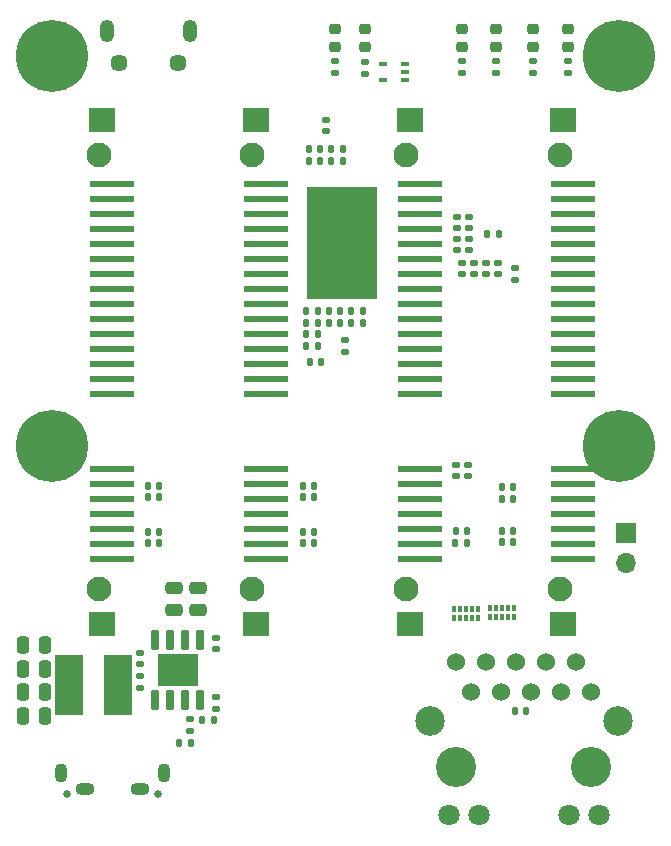
<source format=gbr>
%TF.GenerationSoftware,KiCad,Pcbnew,(6.0.7)*%
%TF.CreationDate,2022-11-16T16:45:54+01:00*%
%TF.ProjectId,MainBoard,4d61696e-426f-4617-9264-2e6b69636164,rev?*%
%TF.SameCoordinates,PXa344e00PY7102aa0*%
%TF.FileFunction,Soldermask,Bot*%
%TF.FilePolarity,Negative*%
%FSLAX46Y46*%
G04 Gerber Fmt 4.6, Leading zero omitted, Abs format (unit mm)*
G04 Created by KiCad (PCBNEW (6.0.7)) date 2022-11-16 16:45:54*
%MOMM*%
%LPD*%
G01*
G04 APERTURE LIST*
G04 Aperture macros list*
%AMRoundRect*
0 Rectangle with rounded corners*
0 $1 Rounding radius*
0 $2 $3 $4 $5 $6 $7 $8 $9 X,Y pos of 4 corners*
0 Add a 4 corners polygon primitive as box body*
4,1,4,$2,$3,$4,$5,$6,$7,$8,$9,$2,$3,0*
0 Add four circle primitives for the rounded corners*
1,1,$1+$1,$2,$3*
1,1,$1+$1,$4,$5*
1,1,$1+$1,$6,$7*
1,1,$1+$1,$8,$9*
0 Add four rect primitives between the rounded corners*
20,1,$1+$1,$2,$3,$4,$5,0*
20,1,$1+$1,$4,$5,$6,$7,0*
20,1,$1+$1,$6,$7,$8,$9,0*
20,1,$1+$1,$8,$9,$2,$3,0*%
%AMOutline4P*
0 Free polygon, 4 corners , with rotation*
0 The origin of the aperture is its center*
0 number of corners: always 4*
0 $1 to $8 corner X, Y*
0 $9 Rotation angle, in degrees counterclockwise*
0 create outline with 4 corners*
4,1,4,$1,$2,$3,$4,$5,$6,$7,$8,$1,$2,$9*%
G04 Aperture macros list end*
%ADD10R,0.650000X0.400000*%
%ADD11R,1.700000X1.700000*%
%ADD12O,1.700000X1.700000*%
%ADD13O,1.200000X1.900000*%
%ADD14C,1.450000*%
%ADD15C,3.400000*%
%ADD16C,1.524000*%
%ADD17C,1.800000*%
%ADD18C,2.500000*%
%ADD19C,6.100000*%
%ADD20C,0.650000*%
%ADD21O,1.100000X1.600000*%
%ADD22O,1.600000X1.100000*%
%ADD23R,6.000000X9.500000*%
%ADD24RoundRect,0.135000X-0.185000X0.135000X-0.185000X-0.135000X0.185000X-0.135000X0.185000X0.135000X0*%
%ADD25RoundRect,0.147500X0.172500X-0.147500X0.172500X0.147500X-0.172500X0.147500X-0.172500X-0.147500X0*%
%ADD26RoundRect,0.147500X0.147500X0.172500X-0.147500X0.172500X-0.147500X-0.172500X0.147500X-0.172500X0*%
%ADD27R,0.300000X0.550000*%
%ADD28R,0.400000X0.550000*%
%ADD29RoundRect,0.140000X0.140000X0.170000X-0.140000X0.170000X-0.140000X-0.170000X0.140000X-0.170000X0*%
%ADD30RoundRect,0.135000X0.185000X-0.135000X0.185000X0.135000X-0.185000X0.135000X-0.185000X-0.135000X0*%
%ADD31C,2.100000*%
%ADD32R,3.800000X0.600000*%
%ADD33Outline4P,-1.050000X-1.100000X1.050000X-1.100000X1.050000X1.100000X-1.050000X1.100000X90.000000*%
%ADD34RoundRect,0.250000X-0.475000X0.250000X-0.475000X-0.250000X0.475000X-0.250000X0.475000X0.250000X0*%
%ADD35RoundRect,0.250000X-0.250000X-0.475000X0.250000X-0.475000X0.250000X0.475000X-0.250000X0.475000X0*%
%ADD36RoundRect,0.140000X-0.140000X-0.170000X0.140000X-0.170000X0.140000X0.170000X-0.140000X0.170000X0*%
%ADD37RoundRect,0.218750X0.256250X-0.218750X0.256250X0.218750X-0.256250X0.218750X-0.256250X-0.218750X0*%
%ADD38RoundRect,0.135000X0.135000X0.185000X-0.135000X0.185000X-0.135000X-0.185000X0.135000X-0.185000X0*%
%ADD39RoundRect,0.147500X-0.172500X0.147500X-0.172500X-0.147500X0.172500X-0.147500X0.172500X0.147500X0*%
%ADD40RoundRect,0.140000X-0.170000X0.140000X-0.170000X-0.140000X0.170000X-0.140000X0.170000X0.140000X0*%
%ADD41R,2.350000X5.100000*%
%ADD42R,3.700000X0.600000*%
%ADD43RoundRect,0.140000X0.170000X-0.140000X0.170000X0.140000X-0.170000X0.140000X-0.170000X-0.140000X0*%
%ADD44R,3.400000X2.710000*%
%ADD45RoundRect,0.150000X-0.150000X0.737500X-0.150000X-0.737500X0.150000X-0.737500X0.150000X0.737500X0*%
G04 APERTURE END LIST*
D10*
%TO.C,U9*%
X33475000Y65775000D03*
X33475000Y65125000D03*
X33475000Y64475000D03*
X31575000Y64475000D03*
X31575000Y65775000D03*
%TD*%
D11*
%TO.C,J6*%
X52170000Y26075000D03*
D12*
X52170000Y23535000D03*
%TD*%
D13*
%TO.C,J7*%
X15270000Y68547500D03*
D14*
X9270000Y65847500D03*
D13*
X8270000Y68547500D03*
D14*
X14270000Y65847500D03*
%TD*%
D15*
%TO.C,U3*%
X49250000Y6300000D03*
X37820000Y6300000D03*
D16*
X37820000Y15190000D03*
X39090000Y12650000D03*
X40360000Y15190000D03*
X41630000Y12650000D03*
X42900000Y15190000D03*
X44170000Y12650000D03*
X45440000Y15190000D03*
X46710000Y12650000D03*
X47980000Y15190000D03*
X49250000Y12650000D03*
D17*
X37210000Y2190000D03*
X39750000Y2190000D03*
X47320000Y2190000D03*
X49860000Y2190000D03*
D18*
X35610000Y10190000D03*
X51460000Y10190000D03*
%TD*%
D19*
%TO.C,Module1*%
X51580000Y33490000D03*
X51580000Y66490000D03*
X3580000Y33490000D03*
X3580000Y66490000D03*
%TD*%
D20*
%TO.C,J1*%
X12575000Y4000000D03*
X4825000Y4000000D03*
D21*
X4380000Y5800000D03*
X13020000Y5800000D03*
D22*
X6400000Y4370000D03*
X11000000Y4370000D03*
%TD*%
D23*
%TO.C,U4*%
X28150000Y50660000D03*
%TD*%
D24*
%TO.C,R8*%
X38300000Y66010000D03*
X38300000Y64990000D03*
%TD*%
D25*
%TO.C,FB3*%
X42800000Y47515000D03*
X42800000Y48485000D03*
%TD*%
D26*
%TO.C,FB2*%
X41385000Y51400000D03*
X40415000Y51400000D03*
%TD*%
D27*
%TO.C,U1*%
X42670000Y18955000D03*
X42170000Y18955000D03*
D28*
X41670000Y18955000D03*
D27*
X41170000Y18955000D03*
X40670000Y18955000D03*
X40670000Y19725000D03*
X41170000Y19725000D03*
D28*
X41670000Y19725000D03*
D27*
X42170000Y19725000D03*
X42670000Y19725000D03*
%TD*%
D29*
%TO.C,C41*%
X26280000Y57600000D03*
X25320000Y57600000D03*
%TD*%
D30*
%TO.C,R27*%
X30050000Y64940000D03*
X30050000Y65960000D03*
%TD*%
D31*
%TO.C,J2*%
X46550000Y58130000D03*
X46550000Y21330000D03*
D32*
X47700000Y23855000D03*
X47700000Y25125000D03*
X47700000Y26395000D03*
X47700000Y27665000D03*
X47700000Y28935000D03*
X47700000Y30205000D03*
X47700000Y31475000D03*
X47700000Y37825000D03*
X47700000Y39095000D03*
X47700000Y40365000D03*
X47700000Y41635000D03*
X47700000Y42905000D03*
X47700000Y44175000D03*
X47700000Y45445000D03*
X47700000Y46715000D03*
X47700000Y47985000D03*
X47700000Y49255000D03*
X47700000Y50525000D03*
X47700000Y51795000D03*
X47700000Y53065000D03*
X47700000Y54335000D03*
X47700000Y55605000D03*
D33*
X46850000Y61080000D03*
X46850000Y18380000D03*
%TD*%
D29*
%TO.C,C1*%
X43700000Y11000000D03*
X42740000Y11000000D03*
%TD*%
D24*
%TO.C,R6*%
X44300000Y66010000D03*
X44300000Y64990000D03*
%TD*%
D34*
%TO.C,C75*%
X13870000Y21450000D03*
X13870000Y19550000D03*
%TD*%
D35*
%TO.C,C76*%
X1120000Y12600000D03*
X3020000Y12600000D03*
%TD*%
D29*
%TO.C,C18*%
X42650000Y30020000D03*
X41690000Y30020000D03*
%TD*%
D36*
%TO.C,C17*%
X11690000Y29100000D03*
X12650000Y29100000D03*
%TD*%
%TO.C,C10*%
X11690000Y26200000D03*
X12650000Y26200000D03*
%TD*%
D30*
%TO.C,R21*%
X15300000Y9290000D03*
X15300000Y10310000D03*
%TD*%
D29*
%TO.C,C56*%
X27980000Y44900000D03*
X27020000Y44900000D03*
%TD*%
D36*
%TO.C,C16*%
X24790000Y29100000D03*
X25750000Y29100000D03*
%TD*%
%TO.C,C20*%
X24790000Y30080000D03*
X25750000Y30080000D03*
%TD*%
D25*
%TO.C,FB6*%
X28400000Y41415000D03*
X28400000Y42385000D03*
%TD*%
D36*
%TO.C,C8*%
X37748000Y26234000D03*
X38708000Y26234000D03*
%TD*%
D37*
%TO.C,D1*%
X47300000Y67212500D03*
X47300000Y68787500D03*
%TD*%
%TO.C,D2*%
X44300000Y67212500D03*
X44300000Y68787500D03*
%TD*%
D36*
%TO.C,C21*%
X11690000Y30080000D03*
X12650000Y30080000D03*
%TD*%
%TO.C,C5*%
X24790000Y25200000D03*
X25750000Y25200000D03*
%TD*%
%TO.C,C77*%
X14352000Y8326000D03*
X15312000Y8326000D03*
%TD*%
D38*
%TO.C,R22*%
X17285000Y10250000D03*
X16265000Y10250000D03*
%TD*%
D36*
%TO.C,C48*%
X25120000Y42900000D03*
X26080000Y42900000D03*
%TD*%
D24*
%TO.C,R5*%
X47300000Y66010000D03*
X47300000Y64990000D03*
%TD*%
D26*
%TO.C,FB7*%
X26385000Y40600000D03*
X25415000Y40600000D03*
%TD*%
D24*
%TO.C,R23*%
X17440000Y12220000D03*
X17440000Y11200000D03*
%TD*%
D36*
%TO.C,C4*%
X37728000Y25218000D03*
X38688000Y25218000D03*
%TD*%
D39*
%TO.C,FB5*%
X26800000Y61085000D03*
X26800000Y60115000D03*
%TD*%
D40*
%TO.C,C66*%
X11000000Y15960000D03*
X11000000Y15000000D03*
%TD*%
D24*
%TO.C,R20*%
X11000000Y13990000D03*
X11000000Y12970000D03*
%TD*%
D37*
%TO.C,D11*%
X27500000Y67212500D03*
X27500000Y68787500D03*
%TD*%
D36*
%TO.C,C59*%
X25120000Y41900000D03*
X26080000Y41900000D03*
%TD*%
D41*
%TO.C,L1*%
X9175000Y13200000D03*
X5025000Y13200000D03*
%TD*%
D36*
%TO.C,C6*%
X11690000Y25200000D03*
X12650000Y25200000D03*
%TD*%
D40*
%TO.C,C34*%
X40300000Y48980000D03*
X40300000Y48020000D03*
%TD*%
%TO.C,C39*%
X41300000Y48980000D03*
X41300000Y48020000D03*
%TD*%
%TO.C,C38*%
X38900000Y50980000D03*
X38900000Y50020000D03*
%TD*%
D37*
%TO.C,D3*%
X41170000Y67212500D03*
X41170000Y68787500D03*
%TD*%
D35*
%TO.C,C71*%
X1120000Y14600000D03*
X3020000Y14600000D03*
%TD*%
D37*
%TO.C,D4*%
X38300000Y67212500D03*
X38300000Y68787500D03*
%TD*%
D36*
%TO.C,C9*%
X24790000Y26180000D03*
X25750000Y26180000D03*
%TD*%
%TO.C,C57*%
X25120000Y43900000D03*
X26080000Y43900000D03*
%TD*%
D29*
%TO.C,C14*%
X42650000Y29000000D03*
X41690000Y29000000D03*
%TD*%
D31*
%TO.C,J3*%
X33550000Y21320000D03*
X33550000Y58120000D03*
D32*
X34700000Y23845000D03*
X34700000Y25115000D03*
X34700000Y26385000D03*
X34700000Y27655000D03*
X34700000Y28925000D03*
D42*
X34700000Y30195000D03*
D32*
X34700000Y31465000D03*
X34700000Y37815000D03*
X34700000Y39085000D03*
X34700000Y40355000D03*
X34700000Y41625000D03*
X34700000Y42895000D03*
X34700000Y44165000D03*
X34700000Y45435000D03*
X34700000Y46705000D03*
X34700000Y47975000D03*
X34700000Y49245000D03*
X34700000Y50515000D03*
X34700000Y51785000D03*
X34700000Y53055000D03*
X34700000Y54325000D03*
X34700000Y55595000D03*
D33*
X33850000Y18370000D03*
X33850000Y61070000D03*
%TD*%
D27*
%TO.C,U2*%
X39620000Y18915000D03*
X39120000Y18915000D03*
D28*
X38620000Y18915000D03*
D27*
X38120000Y18915000D03*
X37620000Y18915000D03*
X37620000Y19685000D03*
X38120000Y19685000D03*
D28*
X38620000Y19685000D03*
D27*
X39120000Y19685000D03*
X39620000Y19685000D03*
%TD*%
D36*
%TO.C,C47*%
X28920000Y44900000D03*
X29880000Y44900000D03*
%TD*%
D43*
%TO.C,C19*%
X37770000Y30920000D03*
X37770000Y31880000D03*
%TD*%
D36*
%TO.C,C31*%
X27220000Y58600000D03*
X28180000Y58600000D03*
%TD*%
D40*
%TO.C,C29*%
X38300000Y48980000D03*
X38300000Y48020000D03*
%TD*%
D29*
%TO.C,C7*%
X42650000Y26280000D03*
X41690000Y26280000D03*
%TD*%
%TO.C,C58*%
X27980000Y43900000D03*
X27020000Y43900000D03*
%TD*%
D37*
%TO.C,D12*%
X30050000Y67212500D03*
X30050000Y68787500D03*
%TD*%
D43*
%TO.C,C28*%
X37900000Y51920000D03*
X37900000Y52880000D03*
%TD*%
D44*
%TO.C,U7*%
X14225000Y14480000D03*
D45*
X12320000Y17042500D03*
X13590000Y17042500D03*
X14860000Y17042500D03*
X16130000Y17042500D03*
X16130000Y11917500D03*
X14860000Y11917500D03*
X13590000Y11917500D03*
X12320000Y11917500D03*
%TD*%
D34*
%TO.C,C70*%
X15900000Y21450000D03*
X15900000Y19550000D03*
%TD*%
D35*
%TO.C,C68*%
X1120000Y16600000D03*
X3020000Y16600000D03*
%TD*%
D31*
%TO.C,J4*%
X20550000Y58130000D03*
X20550000Y21330000D03*
D32*
X21700000Y23855000D03*
X21700000Y25125000D03*
X21700000Y26395000D03*
X21700000Y27665000D03*
X21700000Y28935000D03*
X21700000Y30205000D03*
X21700000Y31475000D03*
X21700000Y37825000D03*
X21700000Y39095000D03*
X21700000Y40365000D03*
X21700000Y41635000D03*
X21700000Y42905000D03*
X21700000Y44175000D03*
X21700000Y45445000D03*
X21700000Y46715000D03*
X21700000Y47985000D03*
X21700000Y49255000D03*
X21700000Y50525000D03*
X21700000Y51795000D03*
X21700000Y53065000D03*
X21700000Y54335000D03*
X21700000Y55605000D03*
D33*
X20850000Y61080000D03*
X20850000Y18380000D03*
%TD*%
D43*
%TO.C,C15*%
X38770000Y30920000D03*
X38770000Y31880000D03*
%TD*%
D36*
%TO.C,C26*%
X27220000Y57600000D03*
X28180000Y57600000D03*
%TD*%
%TO.C,C52*%
X28920000Y43900000D03*
X29880000Y43900000D03*
%TD*%
D29*
%TO.C,C3*%
X42650000Y25300000D03*
X41690000Y25300000D03*
%TD*%
D36*
%TO.C,C53*%
X25120000Y44900000D03*
X26080000Y44900000D03*
%TD*%
D24*
%TO.C,R7*%
X41170000Y66010000D03*
X41170000Y64990000D03*
%TD*%
D43*
%TO.C,C69*%
X17500000Y16250000D03*
X17500000Y17210000D03*
%TD*%
D29*
%TO.C,C36*%
X26280000Y58600000D03*
X25320000Y58600000D03*
%TD*%
D40*
%TO.C,C33*%
X37900000Y50980000D03*
X37900000Y50020000D03*
%TD*%
D35*
%TO.C,C73*%
X1120000Y10600000D03*
X3020000Y10600000D03*
%TD*%
D30*
%TO.C,R9*%
X27500000Y65040000D03*
X27500000Y66060000D03*
%TD*%
D31*
%TO.C,J5*%
X7540000Y21330000D03*
X7540000Y58130000D03*
D32*
X8690000Y23855000D03*
X8690000Y25125000D03*
X8690000Y26395000D03*
X8690000Y27665000D03*
X8690000Y28935000D03*
X8690000Y30205000D03*
X8690000Y31475000D03*
X8690000Y37825000D03*
X8690000Y39095000D03*
X8690000Y40365000D03*
X8690000Y41635000D03*
X8690000Y42905000D03*
X8690000Y44175000D03*
X8690000Y45445000D03*
X8690000Y46715000D03*
X8690000Y47985000D03*
X8690000Y49255000D03*
X8690000Y50525000D03*
X8690000Y51795000D03*
X8690000Y53065000D03*
X8690000Y54335000D03*
X8690000Y55605000D03*
D33*
X7840000Y18380000D03*
X7840000Y61080000D03*
%TD*%
D40*
%TO.C,C24*%
X39300000Y48980000D03*
X39300000Y48020000D03*
%TD*%
D43*
%TO.C,C23*%
X38900000Y51920000D03*
X38900000Y52880000D03*
%TD*%
M02*

</source>
